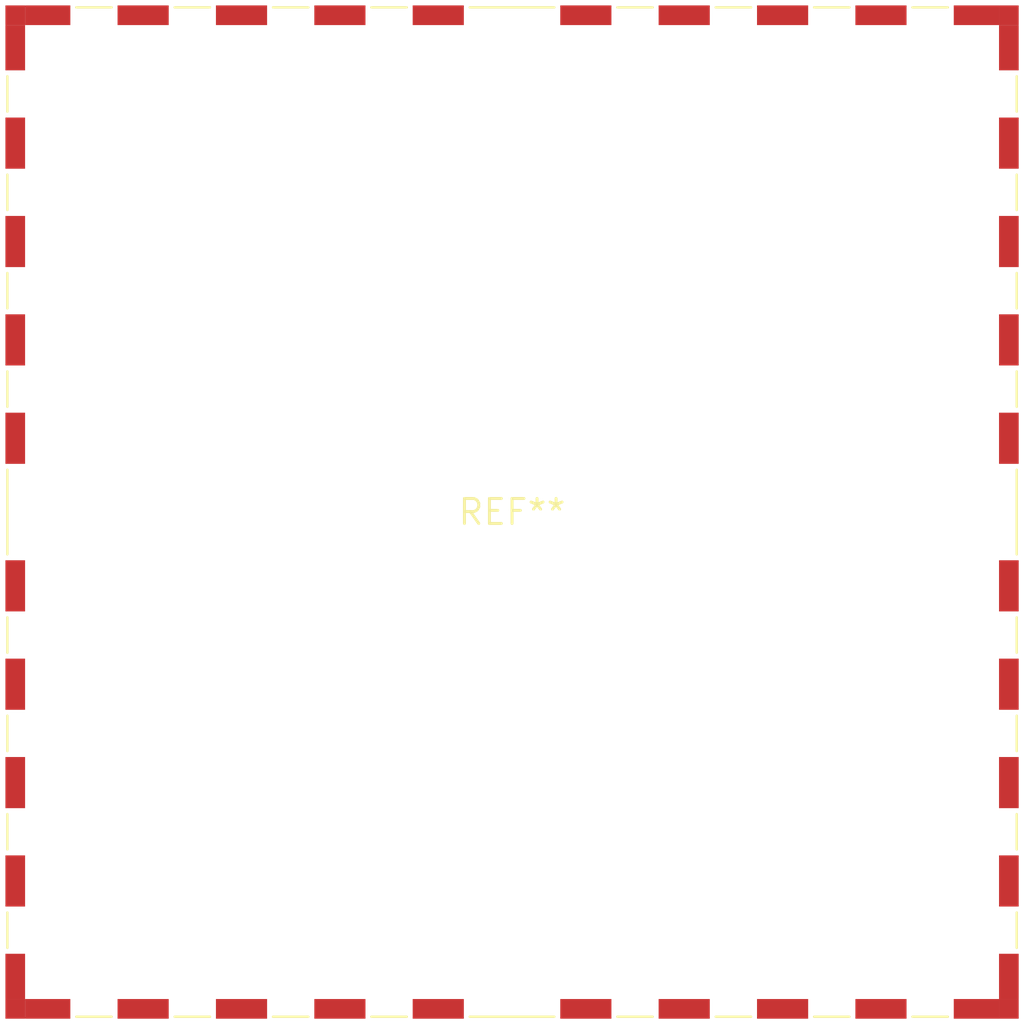
<source format=kicad_pcb>
(kicad_pcb (version 20240108) (generator pcbnew)
  (layers (0 "F.Cu" signal) (31 "B.Cu" signal) (34 "B.Paste" user) (35 "F.Paste" user) (36 "B.SilkS" user "B.Silkscreen") (37 "F.SilkS" user "F.Silkscreen") (38 "B.Mask" user) (39 "F.Mask" user) (44 "Edge.Cuts" user))
  (net 0 "")
  (footprint "Wuerth_36103505_50x50mm" (layer "F.Cu") (at 0 0)
    (property "Reference" "REF**")
    (property "Value" "Wuerth_36103505_50x50mm")
    (fp_line (start -25.65 -22.15) (end -25.65 -20.35) (layer "F.SilkS") (stroke (width 0.12)))
    (fp_line (start -25.65 -17.15) (end -25.65 -15.35) (layer "F.SilkS") (stroke (width 0.12)))
    (fp_line (start -25.65 -12.15) (end -25.65 -10.35) (layer "F.SilkS") (stroke (width 0.12)))
    (fp_line (start -25.65 -7.15) (end -25.65 -5.35) (layer "F.SilkS") (stroke (width 0.12)))
    (fp_line (start -25.65 -2.15) (end -25.65 2.15) (layer "F.SilkS") (stroke (width 0.12)))
    (fp_line (start -25.65 5.35) (end -25.65 7.15) (layer "F.SilkS") (stroke (width 0.12)))
    (fp_line (start -25.65 10.35) (end -25.65 12.15) (layer "F.SilkS") (stroke (width 0.12)))
    (fp_line (start -25.65 15.35) (end -25.65 17.15) (layer "F.SilkS") (stroke (width 0.12)))
    (fp_line (start -25.65 20.35) (end -25.65 22.15) (layer "F.SilkS") (stroke (width 0.12)))
    (fp_line (start -22.15 -25.65) (end -20.35 -25.65) (layer "F.SilkS") (stroke (width 0.12)))
    (fp_line (start -22.15 25.65) (end -20.35 25.65) (layer "F.SilkS") (stroke (width 0.12)))
    (fp_line (start -17.15 -25.65) (end -15.35 -25.65) (layer "F.SilkS") (stroke (width 0.12)))
    (fp_line (start -17.15 25.65) (end -15.35 25.65) (layer "F.SilkS") (stroke (width 0.12)))
    (fp_line (start -12.15 -25.65) (end -10.35 -25.65) (layer "F.SilkS") (stroke (width 0.12)))
    (fp_line (start -12.15 25.65) (end -10.35 25.65) (layer "F.SilkS") (stroke (width 0.12)))
    (fp_line (start -7.15 -25.65) (end -5.35 -25.65) (layer "F.SilkS") (stroke (width 0.12)))
    (fp_line (start -7.15 25.65) (end -5.35 25.65) (layer "F.SilkS") (stroke (width 0.12)))
    (fp_line (start -2.15 -25.65) (end 2.15 -25.65) (layer "F.SilkS") (stroke (width 0.12)))
    (fp_line (start -2.15 25.65) (end 2.15 25.65) (layer "F.SilkS") (stroke (width 0.12)))
    (fp_line (start 5.35 -25.65) (end 7.15 -25.65) (layer "F.SilkS") (stroke (width 0.12)))
    (fp_line (start 5.35 25.65) (end 7.15 25.65) (layer "F.SilkS") (stroke (width 0.12)))
    (fp_line (start 10.35 -25.65) (end 12.15 -25.65) (layer "F.SilkS") (stroke (width 0.12)))
    (fp_line (start 10.35 25.65) (end 12.15 25.65) (layer "F.SilkS") (stroke (width 0.12)))
    (fp_line (start 15.35 -25.65) (end 17.15 -25.65) (layer "F.SilkS") (stroke (width 0.12)))
    (fp_line (start 15.35 25.65) (end 17.15 25.65) (layer "F.SilkS") (stroke (width 0.12)))
    (fp_line (start 20.35 -25.65) (end 22.15 -25.65) (layer "F.SilkS") (stroke (width 0.12)))
    (fp_line (start 20.35 25.65) (end 22.15 25.65) (layer "F.SilkS") (stroke (width 0.12)))
    (fp_line (start 25.65 -22.15) (end 25.65 -20.35) (layer "F.SilkS") (stroke (width 0.12)))
    (fp_line (start 25.65 -17.15) (end 25.65 -15.35) (layer "F.SilkS") (stroke (width 0.12)))
    (fp_line (start 25.65 -12.15) (end 25.65 -10.35) (layer "F.SilkS") (stroke (width 0.12)))
    (fp_line (start 25.65 -7.15) (end 25.65 -5.35) (layer "F.SilkS") (stroke (width 0.12)))
    (fp_line (start 25.65 -2.15) (end 25.65 2.15) (layer "F.SilkS") (stroke (width 0.12)))
    (fp_line (start 25.65 5.35) (end 25.65 7.15) (layer "F.SilkS") (stroke (width 0.12)))
    (fp_line (start 25.65 10.35) (end 25.65 12.15) (layer "F.SilkS") (stroke (width 0.12)))
    (fp_line (start 25.65 15.35) (end 25.65 17.15) (layer "F.SilkS") (stroke (width 0.12)))
    (fp_line (start 25.65 20.35) (end 25.65 22.15) (layer "F.SilkS") (stroke (width 0.12)))
    (pad "1" smd rect (at -25.25 -25.25) (size 1 1) (layers "F.Cu" "F.Paste" "F.Mask"))
    (pad "1" smd rect (at -25.25 -23.6) (size 1 2.3) (layers "F.Cu" "F.Paste" "F.Mask"))
    (pad "1" smd rect (at -25.25 -18.75) (size 1 2.6) (layers "F.Cu" "F.Paste" "F.Mask"))
    (pad "1" smd rect (at -25.25 -13.75) (size 1 2.6) (layers "F.Cu" "F.Paste" "F.Mask"))
    (pad "1" smd rect (at -25.25 -8.75) (size 1 2.6) (layers "F.Cu" "F.Paste" "F.Mask"))
    (pad "1" smd rect (at -25.25 -3.75) (size 1 2.6) (layers "F.Cu" "F.Paste" "F.Mask"))
    (pad "1" smd rect (at -25.25 3.75) (size 1 2.6) (layers "F.Cu" "F.Paste" "F.Mask"))
    (pad "1" smd rect (at -25.25 8.75) (size 1 2.6) (layers "F.Cu" "F.Paste" "F.Mask"))
    (pad "1" smd rect (at -25.25 13.75) (size 1 2.6) (layers "F.Cu" "F.Paste" "F.Mask"))
    (pad "1" smd rect (at -25.25 18.75) (size 1 2.6) (layers "F.Cu" "F.Paste" "F.Mask"))
    (pad "1" smd rect (at -25.25 23.6) (size 1 2.3) (layers "F.Cu" "F.Paste" "F.Mask"))
    (pad "1" smd rect (at -25.25 25.25) (size 1 1) (layers "F.Cu" "F.Paste" "F.Mask"))
    (pad "1" smd rect (at -23.6 -25.25) (size 2.3 1) (layers "F.Cu" "F.Paste" "F.Mask"))
    (pad "1" smd rect (at -23.6 25.25) (size 2.3 1) (layers "F.Cu" "F.Paste" "F.Mask"))
    (pad "1" smd rect (at -18.75 -25.25) (size 2.6 1) (layers "F.Cu" "F.Paste" "F.Mask"))
    (pad "1" smd rect (at -18.75 25.25) (size 2.6 1) (layers "F.Cu" "F.Paste" "F.Mask"))
    (pad "1" smd rect (at -13.75 -25.25) (size 2.6 1) (layers "F.Cu" "F.Paste" "F.Mask"))
    (pad "1" smd rect (at -13.75 25.25) (size 2.6 1) (layers "F.Cu" "F.Paste" "F.Mask"))
    (pad "1" smd rect (at -8.75 -25.25) (size 2.6 1) (layers "F.Cu" "F.Paste" "F.Mask"))
    (pad "1" smd rect (at -8.75 25.25) (size 2.6 1) (layers "F.Cu" "F.Paste" "F.Mask"))
    (pad "1" smd rect (at -3.75 -25.25) (size 2.6 1) (layers "F.Cu" "F.Paste" "F.Mask"))
    (pad "1" smd rect (at -3.75 25.25) (size 2.6 1) (layers "F.Cu" "F.Paste" "F.Mask"))
    (pad "1" smd rect (at 3.75 -25.25) (size 2.6 1) (layers "F.Cu" "F.Paste" "F.Mask"))
    (pad "1" smd rect (at 3.75 25.25) (size 2.6 1) (layers "F.Cu" "F.Paste" "F.Mask"))
    (pad "1" smd rect (at 8.75 -25.25) (size 2.6 1) (layers "F.Cu" "F.Paste" "F.Mask"))
    (pad "1" smd rect (at 8.75 25.25) (size 2.6 1) (layers "F.Cu" "F.Paste" "F.Mask"))
    (pad "1" smd rect (at 13.75 -25.25) (size 2.6 1) (layers "F.Cu" "F.Paste" "F.Mask"))
    (pad "1" smd rect (at 13.75 25.25) (size 2.6 1) (layers "F.Cu" "F.Paste" "F.Mask"))
    (pad "1" smd rect (at 18.75 -25.25) (size 2.6 1) (layers "F.Cu" "F.Paste" "F.Mask"))
    (pad "1" smd rect (at 18.75 25.25) (size 2.6 1) (layers "F.Cu" "F.Paste" "F.Mask"))
    (pad "1" smd rect (at 23.6 -25.25) (size 2.3 1) (layers "F.Cu" "F.Paste" "F.Mask"))
    (pad "1" smd rect (at 23.6 25.25) (size 2.3 1) (layers "F.Cu" "F.Paste" "F.Mask"))
    (pad "1" smd rect (at 25.25 -25.25) (size 1 1) (layers "F.Cu" "F.Paste" "F.Mask"))
    (pad "1" smd rect (at 25.25 -23.6) (size 1 2.3) (layers "F.Cu" "F.Paste" "F.Mask"))
    (pad "1" smd rect (at 25.25 -18.75) (size 1 2.6) (layers "F.Cu" "F.Paste" "F.Mask"))
    (pad "1" smd rect (at 25.25 -13.75) (size 1 2.6) (layers "F.Cu" "F.Paste" "F.Mask"))
    (pad "1" smd rect (at 25.25 -8.75) (size 1 2.6) (layers "F.Cu" "F.Paste" "F.Mask"))
    (pad "1" smd rect (at 25.25 -3.75) (size 1 2.6) (layers "F.Cu" "F.Paste" "F.Mask"))
    (pad "1" smd rect (at 25.25 3.75) (size 1 2.6) (layers "F.Cu" "F.Paste" "F.Mask"))
    (pad "1" smd rect (at 25.25 8.75) (size 1 2.6) (layers "F.Cu" "F.Paste" "F.Mask"))
    (pad "1" smd rect (at 25.25 13.75) (size 1 2.6) (layers "F.Cu" "F.Paste" "F.Mask"))
    (pad "1" smd rect (at 25.25 18.75) (size 1 2.6) (layers "F.Cu" "F.Paste" "F.Mask"))
    (pad "1" smd rect (at 25.25 23.6) (size 1 2.3) (layers "F.Cu" "F.Paste" "F.Mask"))
    (pad "1" smd rect (at 25.25 25.25) (size 1 1) (layers "F.Cu" "F.Paste" "F.Mask"))
  )
)
</source>
